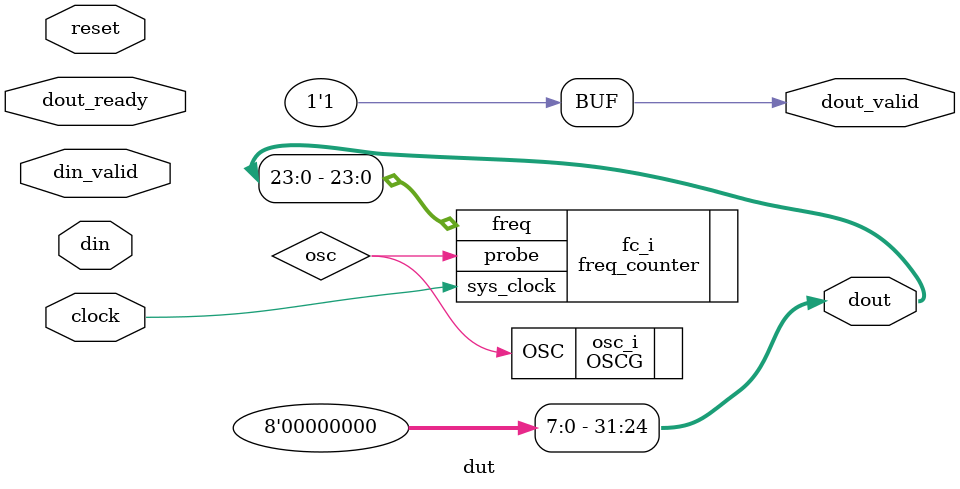
<source format=v>
module dut(
	input clock, reset,
	input din_valid,
	input [31:0] din,
	input dout_ready,
	output dout_valid,
	output [31:0] dout
);
	wire osc;
	OSCG #(.DIV(128)) osc_i(.OSC(osc));

	freq_counter fc_i (
		.sys_clock(clock),
		.probe(osc),
		.freq(dout[23:0])
	);


	assign dout[31:24] = 8'h00;
	assign dout_valid = 1'b1;
endmodule
</source>
